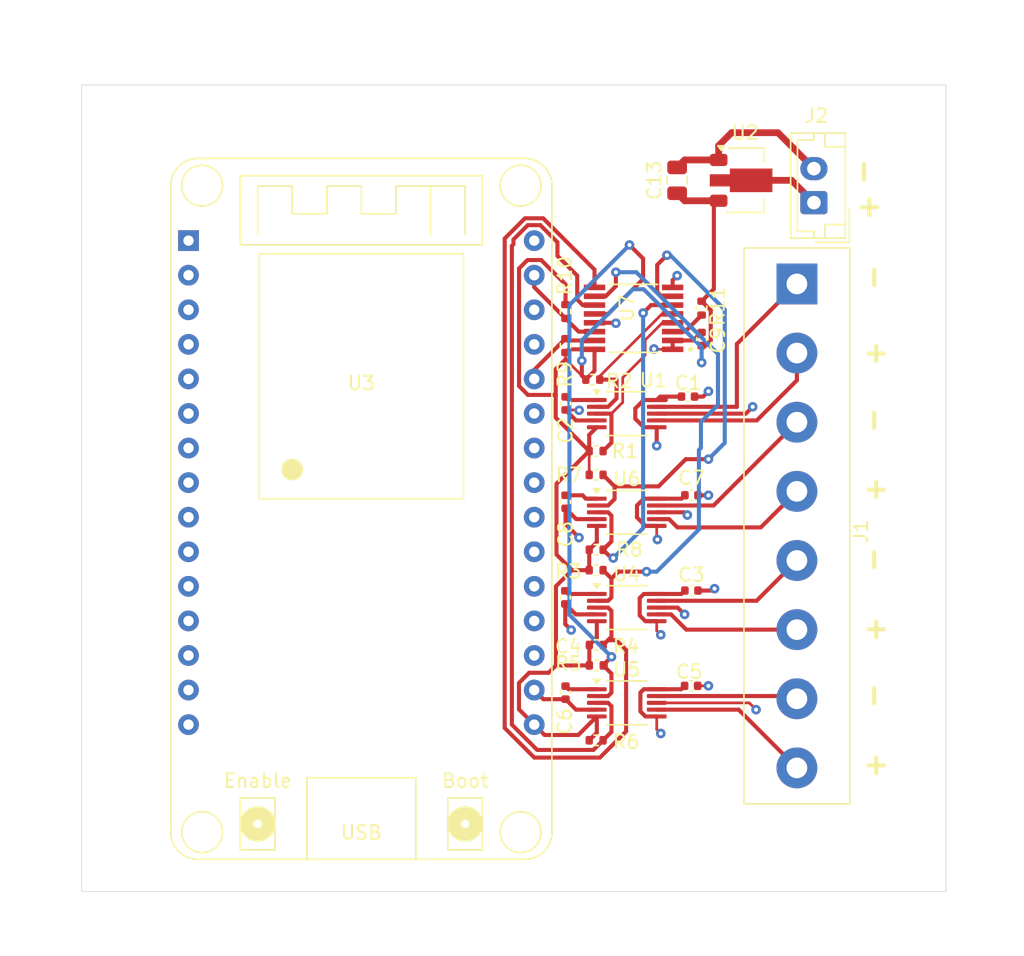
<source format=kicad_pcb>
(kicad_pcb (version 20240108) (generator "pcbnew") (generator_version "8.0")
  (layers (0 "F.Cu" signal) (1 "In1.Cu" power "GND") (2 "In2.Cu" power "PWR") (31 "B.Cu" signal) (34 "B.Paste" user) (35 "F.Paste" user) (36 "B.SilkS" user "B.Silkscreen") (37 "F.SilkS" user "F.Silkscreen") (38 "B.Mask" user) (39 "F.Mask" user) (44 "Edge.Cuts" user))
  (net 0 "")
  (net 1 "+BATT")
  (net 2 "GND")
  (net 3 "Net-(U1-REG)")
  (net 4 "Net-(U4-REG)")
  (net 5 "Net-(U5-REG)")
  (net 6 "Net-(U6-REG)")
  (net 7 "VCC")
  (net 8 "LRA1-")
  (net 9 "LRA3+")
  (net 10 "LRA2+")
  (net 11 "LRA4+")
  (net 12 "LRA1+")
  (net 13 "LRA4-")
  (net 14 "LRA2-")
  (net 15 "LRA3-")
  (net 16 "/SDA0")
  (net 17 "/SCA0")
  (net 18 "/SCA3")
  (net 19 "/SDA3")
  (net 20 "/SCA2")
  (net 21 "/SDA2")
  (net 22 "/SCA1")
  (net 23 "/SDA1")
  (net 24 "SCL")
  (net 25 "Net-(U7-~{RESET})")
  (net 48 "SDA")
  (footprint "MountingHole:MountingHole_2.2mm_M2" (layer "F.Cu") (at 109 70.25)
    (property "Reference" "H1" (hide yes))
    (property "Value" "MountingHole")
  )
  (footprint "Package_SO:VSSOP-10_3x3mm_P0.5mm" (layer "F.Cu") (at 145.8 91.14)
    (property "Reference" "U1")
    (property "Value" "DRV2605LDGS")
  )
  (footprint "TerminalBlock:TerminalBlock_bornier-8_P5.08mm" (layer "F.Cu") (at 158.3 81.61 -90)
    (property "Reference" "J1")
    (property "Value" "Screw_Terminal_01x08")
  )
  (footprint "Resistor_SMD:R_0402_1005Metric" (layer "F.Cu") (at 143.56 109.64)
    (property "Reference" "R5")
    (property "Value" "2.2k")
  )
  (footprint "ESP32_DevKit_V1_DOIT:esp32_devkit_v1_doit" (layer "F.Cu") (at 126.3 78.43)
    (property "Reference" "U3")
    (property "Value" "ESP32_DevKit_V1_DOIT")
  )
  (footprint "Capacitor_SMD:C_0402_1005Metric" (layer "F.Cu") (at 150.55 104.14)
    (property "Reference" "C3")
    (property "Value" "0.1u")
  )
  (footprint "Capacitor_SMD:C_0402_1005Metric" (layer "F.Cu") (at 150.55 97.14)
    (property "Reference" "C7")
    (property "Value" "0.1u")
  )
  (footprint "Resistor_SMD:R_0402_1005Metric" (layer "F.Cu") (at 143.55 93.89)
    (property "Reference" "R1")
    (property "Value" "2.2k")
  )
  (footprint "Package_SO:VSSOP-10_3x3mm_P0.5mm" (layer "F.Cu") (at 145.8 112.39)
    (property "Reference" "U5")
    (property "Value" "DRV2605LDGS")
  )
  (footprint "Capacitor_SMD:C_0805_2012Metric" (layer "F.Cu") (at 149.5 74 90)
    (property "Reference" "C13")
    (property "Value" "47u")
  )
  (footprint "Capacitor_SMD:C_0402_1005Metric" (layer "F.Cu") (at 151.3 85.66 -90)
    (property "Reference" "C9")
    (property "Value" "0.1u")
  )
  (footprint "Package_SO:VSSOP-10_3x3mm_P0.5mm" (layer "F.Cu") (at 145.8 105.39)
    (property "Reference" "U4")
    (property "Value" "DRV2605LDGS")
  )
  (footprint "Capacitor_SMD:C_0402_1005Metric" (layer "F.Cu") (at 141.3 90.39 -90)
    (property "Reference" "C2")
    (property "Value" "0.1u")
  )
  (footprint "Capacitor_SMD:C_0402_1005Metric" (layer "F.Cu") (at 141.3 111.64 -90)
    (property "Reference" "C6")
    (property "Value" "0.1u")
  )
  (footprint "Resistor_SMD:R_0402_1005Metric" (layer "F.Cu") (at 143.55 101.14)
    (property "Reference" "R8")
    (property "Value" "2.2k")
  )
  (footprint "Package_SO:VSSOP-10_3x3mm_P0.5mm" (layer "F.Cu") (at 145.8 98.39)
    (property "Reference" "U6")
    (property "Value" "DRV2605LDGS")
  )
  (footprint "Capacitor_SMD:C_0402_1005Metric" (layer "F.Cu") (at 141.28 104.64 -90)
    (property "Reference" "C4")
    (property "Value" "0.1u")
  )
  (footprint "Resistor_SMD:R_0402_1005Metric" (layer "F.Cu") (at 143.56 108.14)
    (property "Reference" "R4")
    (property "Value" "2.2k")
  )
  (footprint "Capacitor_SMD:C_0402_1005Metric" (layer "F.Cu") (at 150.3 89.89)
    (property "Reference" "C1")
    (property "Value" "0.1u")
  )
  (footprint "Connector_JST:JST_EH_B2B-EH-A_1x02_P2.50mm_Vertical" (layer "F.Cu") (at 159.55 75.64 90)
    (property "Reference" "J2")
    (property "Value" "Conn_01x02_Socket")
  )
  (footprint "Resistor_SMD:R_0402_1005Metric" (layer "F.Cu") (at 141.3 86.14 90)
    (property "Reference" "R9")
    (property "Value" "2.2k")
  )
  (footprint "MountingHole:MountingHole_2.2mm_M2" (layer "F.Cu") (at 165.75 123)
    (property "Reference" "H3" (hide yes))
    (property "Value" "MountingHole")
  )
  (footprint "MountingHole:MountingHole_2.2mm_M2" (layer "F.Cu") (at 109 123)
    (property "Reference" "H4" (hide yes))
    (property "Value" "MountingHole")
  )
  (footprint "Resistor_SMD:R_0402_1005Metric" (layer "F.Cu") (at 143.55 95.64)
    (property "Reference" "R7")
    (property "Value" "2.2k")
  )
  (footprint "Resistor_SMD:R_0402_1005Metric" (layer "F.Cu") (at 141.3 83.64 -90)
    (property "Reference" "R10")
    (property "Value" "2.2k")
  )
  (footprint "Capacitor_SMD:C_0402_1005Metric" (layer "F.Cu") (at 150.53 111.14)
    (property "Reference" "C5")
    (property "Value" "0.1u")
  )
  (footprint "Resistor_SMD:R_0402_1005Metric" (layer "F.Cu") (at 143.3 88.64)
    (property "Reference" "R2")
    (property "Value" "2.2k")
  )
  (footprint "Resistor_SMD:R_0402_1005Metric" (layer "F.Cu") (at 151.3 83.39 -90)
    (property "Reference" "R11")
    (property "Value" "10k")
  )
  (footprint "MountingHole:MountingHole_2.2mm_M2" (layer "F.Cu") (at 166 70.25)
    (property "Reference" "H2" (hide yes))
    (property "Value" "MountingHole")
  )
  (footprint "Resistor_SMD:R_0402_1005Metric" (layer "F.Cu") (at 143.55 115.14)
    (property "Reference" "R6")
    (property "Value" "2.2k")
  )
  (footprint "Resistor_SMD:R_0402_1005Metric" (layer "F.Cu") (at 143.55 102.64)
    (property "Reference" "R3")
    (property "Value" "2.2k")
  )
  (footprint "Package_TO_SOT_SMD:SOT-89-3" (layer "F.Cu") (at 154.5 74)
    (property "Reference" "U2")
    (property "Value" "AP7215-33YG-13")
  )
  (footprint "Capacitor_SMD:C_0402_1005Metric" (layer "F.Cu") (at 141.3 97.62 -90)
    (property "Reference" "C8")
    (property "Value" "0.1u")
  )
  (footprint "TCA9546APWR:SOP65P640X120-16N" (layer "F.Cu") (at 146.3 84.14 180)
    (property "Reference" "U7")
    (property "Value" "TCA9546APWR")
  )
  (gr_rect (start 105.75 67) (end 169.25 126.25) (stroke (width 0.05)) (fill none) (layer "Edge.Cuts"))
  (gr_text "-" (at 164.75 103 90) (layer "F.SilkS") (effects (font (size 1.5 1.5) (thickness 0.3) (bold yes)) (justify left bottom)))
  (gr_text "+" (at 163 87.5 0) (layer "F.SilkS") (effects (font (size 1.5 1.5) (thickness 0.3) (bold yes)) (justify left bottom)))
  (gr_text "+" (at 163 97.5 0) (layer "F.SilkS") (effects (font (size 1.5 1.5) (thickness 0.3) (bold yes)) (justify left bottom)))
  (gr_text "-" (at 164.75 92.75 90) (layer "F.SilkS") (effects (font (size 1.5 1.5) (thickness 0.3) (bold yes)) (justify left bottom)))
  (gr_text "+" (at 162.5 76.75 0) (layer "F.SilkS") (effects (font (size 1.5 1.5) (thickness 0.3) (bold yes)) (justify left bottom)))
  (gr_text "-" (at 164.75 113 90) (layer "F.SilkS") (effects (font (size 1.5 1.5) (thickness 0.3) (bold yes)) (justify left bottom)))
  (gr_text "-" (at 164 74.5 90) (layer "F.SilkS") (effects (font (size 1.5 1.5) (thickness 0.3) (bold yes)) (justify left bottom)))
  (gr_text "-" (at 164.75 82.25 90) (layer "F.SilkS") (effects (font (size 1.5 1.5) (thickness 0.3) (bold yes)) (justify left bottom)))
  (gr_text "+" (at 163 117.75 0) (layer "F.SilkS") (effects (font (size 1.5 1.5) (thickness 0.3) (bold yes)) (justify left bottom)))
  (gr_text "+" (at 163 107.75 0) (layer "F.SilkS") (effects (font (size 1.5 1.5) (thickness 0.3) (bold yes)) (justify left bottom)))
  (segment (start 148 104.39) (end 147.05 104.39) (width 0.3) (layer "F.Cu") (net 1))
  (segment (start 149.82 89.89) (end 148.25 89.89) (width 0.3) (layer "F.Cu") (net 1))
  (segment (start 146.8 113.018) (end 147.172 113.39) (width 0.3) (layer "F.Cu") (net 1))
  (segment (start 148 111.39) (end 147.05 111.39) (width 0.3) (layer "F.Cu") (net 1))
  (segment (start 147.172 113.39) (end 148 113.39) (width 0.3) (layer "F.Cu") (net 1))
  (segment (start 148.25 89.89) (end 148 90.14) (width 0.3) (layer "F.Cu") (net 1))
  (segment (start 146.425 90.7619) (end 147.047 90.14) (width 0.3) (layer "F.Cu") (net 1))
  (segment (start 147.875 92.14) (end 148 92.14) (width 0.2) (layer "F.Cu") (net 1))
  (segment (start 148 97.39) (end 149.82 97.39) (width 0.3) (layer "F.Cu") (net 1))
  (segment (start 146.55 98.768) (end 146.55 97.89) (width 0.3) (layer "F.Cu") (net 1))
  (segment (start 159.55 75.64) (end 157.91 74) (width 0.5) (layer "F.Cu") (net 1))
  (segment (start 146.75 105.968) (end 147.172 106.39) (width 0.3) (layer "F.Cu") (net 1))
  (segment (start 147.875 92.14) (end 147.047 92.14) (width 0.3) (layer "F.Cu") (net 1))
  (segment (start 149.82 97.39) (end 150.07 97.14) (width 0.3) (layer "F.Cu") (net 1))
  (segment (start 148 99.39) (end 148 100.34) (width 0.2) (layer "F.Cu") (net 1))
  (segment (start 146.8 111.64) (end 146.8 113.018) (width 0.3) (layer "F.Cu") (net 1))
  (segment (start 148 111.39) (end 149.8 111.39) (width 0.3) (layer "F.Cu") (net 1))
  (segment (start 147.047 99.2652) (end 146.55 98.768) (width 0.3) (layer "F.Cu") (net 1))
  (segment (start 147.05 104.39) (end 146.75 104.69) (width 0.3) (layer "F.Cu") (net 1))
  (segment (start 146.75 104.69) (end 146.75 105.968) (width 0.3) (layer "F.Cu") (net 1))
  (segment (start 148 114.34) (end 148.3 114.64) (width 0.2) (layer "F.Cu") (net 1))
  (segment (start 148 113.39) (end 148 114.34) (width 0.2) (layer "F.Cu") (net 1))
  (segment (start 147.05 97.39) (end 148 97.39) (width 0.3) (layer "F.Cu") (net 1))
  (segment (start 148 99.39) (end 147.172 99.39) (width 0.3) (layer "F.Cu") (net 1))
  (segment (start 147.047 92.14) (end 146.425 91.5181) (width 0.3) (layer "F.Cu") (net 1))
  (segment (start 148 104.39) (end 149.82 104.39) (width 0.3) (layer "F.Cu") (net 1))
  (segment (start 149.82 104.39) (end 150.07 104.14) (width 0.3) (layer "F.Cu") (net 1))
  (segment (start 157.91 74) (end 152.6375 74) (width 0.5) (layer "F.Cu") (net 1))
  (segment (start 147.05 111.39) (end 146.8 111.64) (width 0.3) (layer "F.Cu") (net 1))
  (segment (start 148 90.14) (end 148.675 90.14) (width 0.3) (layer "F.Cu") (net 1))
  (segment (start 149.8 111.39) (end 150.05 111.14) (width 0.3) (layer "F.Cu") (net 1))
  (segment (start 148 106.39) (end 148 107.09) (width 0.2) (layer "F.Cu") (net 1))
  (segment (start 147.172 106.39) (end 148 106.39) (width 0.3) (layer "F.Cu") (net 1))
  (segment (start 148 107.09) (end 148.3 107.39) (width 0.2) (layer "F.Cu") (net 1))
  (segment (start 146.425 91.5181) (end 146.425 90.7619) (width 0.3) (layer "F.Cu") (net 1))
  (segment (start 148 100.34) (end 148.05 100.39) (width 0.2) (layer "F.Cu") (net 1))
  (segment (start 147.172 99.39) (end 147.047 99.2652) (width 0.3) (layer "F.Cu") (net 1))
  (segment (start 146.55 97.89) (end 147.05 97.39) (width 0.3) (layer "F.Cu") (net 1))
  (segment (start 147.047 90.14) (end 148 90.14) (width 0.3) (layer "F.Cu") (net 1))
  (segment (start 148 92.14) (end 148 93.5) (width 0.3) (layer "F.Cu") (net 1))
  (via (at 148.3 107.39) (size 0.7) (drill 0.3) (layers "F.Cu" "B.Cu") (net 1))
  (via (at 148.3 114.64) (size 0.7) (drill 0.3) (layers "F.Cu" "B.Cu") (net 1))
  (via (at 148 93.5) (size 0.7) (drill 0.3) (layers "F.Cu" "B.Cu") (net 1))
  (via (at 148.05 100.39) (size 0.7) (drill 0.3) (layers "F.Cu" "B.Cu") (net 1))
  (segment (start 149.54 105.39) (end 149.895 105.745) (width 0.3) (layer "F.Cu") (net 2))
  (segment (start 141.3 112.12) (end 142.07 112.89) (width 0.3) (layer "F.Cu") (net 2))
  (segment (start 150.668 85.765) (end 151.253 85.18) (width 0.3) (layer "F.Cu") (net 2))
  (segment (start 151.01 111.14) (end 151.8 111.14) (width 0.2) (layer "F.Cu") (net 2))
  (segment (start 141.28 106.60475) (end 141.712625 107.037375) (width 0.3) (layer "F.Cu") (net 2))
  (segment (start 150.05 72.5) (end 149.5 73.05) (width 0.5) (layer "F.Cu") (net 2))
  (segment (start 141.3 98.1) (end 141.3 99.2607) (width 0.3) (layer "F.Cu") (net 2))
  (segment (start 142.07 91.64) (end 141.3 90.87) (width 0.3) (layer "F.Cu") (net 2))
  (segment (start 153.5 70.5) (end 152.55 71.45) (width 0.5) (layer "F.Cu") (net 2))
  (segment (start 142.09 98.89) (end 141.3 98.1) (width 0.3) (layer "F.Cu") (net 2))
  (segment (start 148 91.14) (end 154.55 91.14) (width 0.3) (layer "F.Cu") (net 2))
  (segment (start 149.17 86.415) (end 147.825 86.415) (width 0.2) (layer "F.Cu") (net 2))
  (segment (start 149.17 81.865) (end 149.17 81.33) (width 0.3) (layer "F.Cu") (net 2))
  (segment (start 150.05 98.39) (end 148 98.39) (width 0.3) (layer "F.Cu") (net 2))
  (segment (start 142.05 105.89) (end 141.28 105.12) (width 0.3) (layer "F.Cu") (net 2))
  (segment (start 151.41 89.89) (end 151.8 89.5) (width 0.3) (layer "F.Cu") (net 2))
  (segment (start 156.91 70.5) (end 153.5 70.5) (width 0.5) (layer "F.Cu") (net 2))
  (segment (start 143.6 98.89) (end 142.09 98.89) (width 0.3) (layer "F.Cu") (net 2))
  (segment (start 159.55 73.14) (end 156.91 70.5) (width 0.5) (layer "F.Cu") (net 2))
  (segment (start 150.25 98.59) (end 150.05 98.39) (width 0.3) (layer "F.Cu") (net 2))
  (segment (start 154.8 112.39) (end 155.3 112.89) (width 0.2) (layer "F.Cu") (net 2))
  (segment (start 144.965 84.465) (end 145 84.5) (width 0.3) (layer "F.Cu") (net 2))
  (segment (start 154.55 91.14) (end 155.05 90.64) (width 0.3) (layer "F.Cu") (net 2))
  (segment (start 148 112.39) (end 154.8 112.39) (width 0.2) (layer "F.Cu") (net 2))
  (segment (start 139.67 112.12) (end 141.3 112.12) (width 0.3) (layer "F.Cu") (net 2))
  (segment (start 143.6 91.64) (end 142.07 91.64) (width 0.3) (layer "F.Cu") (net 2))
  (segment (start 149.17 85.765) (end 150.668 85.765) (width 0.3) (layer "F.Cu") (net 2))
  (segment (start 141.3 99.2607) (end 142.2893 100.25) (width 0.3) (layer "F.Cu") (net 2))
  (segment (start 150.78 89.89) (end 151.41 89.89) (width 0.3) (layer "F.Cu") (net 2))
  (segment (start 149.905 105.745) (end 150.05 105.89) (width 0.2) (layer "F.Cu") (net 2))
  (segment (start 147.825 86.415) (end 147.8 86.39) (width 0.2) (layer "F.Cu") (net 2))
  (segment (start 149.17 85.765) (end 149.17 86.415) (width 0.3) (layer "F.Cu") (net 2))
  (segment (start 141.28 105.12) (end 141.28 106.60475) (width 0.3) (layer "F.Cu") (net 2))
  (segment (start 149.895 105.745) (end 149.905 105.745) (width 0.2) (layer "F.Cu") (net 2))
  (segment (start 139 111.45) (end 139.67 112.12) (width 0.3) (layer "F.Cu") (net 2))
  (segment (start 142.07 112.89) (end 143.6 112.89) (width 0.3) (layer "F.Cu") (net 2))
  (segment (start 151.253 85.18) (end 151.3 85.18) (width 0.3) (layer "F.Cu") (net 2))
  (segment (start 143.6 105.89) (end 142.05 105.89) (width 0.3) (layer "F.Cu") (net 2))
  (segment (start 149.17 81.33) (end 149.5 81) (width 0.3) (layer "F.Cu") (net 2))
  (segment (start 152.2 72.5) (end 150.05 72.5) (width 0.5) (layer "F.Cu") (net 2))
  (segment (start 142.28 90.87) (end 142.3 90.89) (width 0.2) (layer "F.Cu") (net 2))
  (segment (start 152.55 71.45) (end 152.55 72.5) (width 0.5) (layer "F.Cu") (net 2))
  (segment (start 141.3 90.87) (end 142.28 90.87) (width 0.2) (layer "F.Cu") (net 2))
  (segment (start 148 105.39) (end 149.54 105.39) (width 0.3) (layer "F.Cu") (net 2))
  (segment (start 152.11 104.14) (end 152.25 104) (width 0.3) (layer "F.Cu") (net 2))
  (segment (start 151.03 97.14) (end 151.8 97.14) (width 0.3) (layer "F.Cu") (net 2))
  (segment (start 143.43 84.465) (end 144.965 84.465) (width 0.3) (layer "F.Cu") (net 2))
  (segment (start 151.03 104.14) (end 152.11 104.14) (width 0.3) (layer "F.Cu") (net 2))
  (via (at 149.5 81) (size 0.7) (drill 0.3) (layers "F.Cu" "B.Cu") (net 2))
  (via (at 147.8 86.39) (size 0.7) (drill 0.3) (layers "F.Cu" "B.Cu") (net 2))
  (via (at 150.05 105.89) (size 0.7) (drill 0.3) (layers "F.Cu" "B.Cu") (net 2))
  (via (at 142.2893 100.25) (size 0.7) (drill 0.3) (layers "F.Cu" "B.Cu") (net 2))
  (via (at 155.3 112.89) (size 0.7) (drill 0.3) (layers "F.Cu" "B.Cu") (net 2))
  (via (at 151.8 89.5) (size 0.7) (drill 0.3) (layers "F.Cu" "B.Cu") (net 2))
  (via (at 142.3 90.89) (size 0.7) (drill 0.3) (layers "F.Cu" "B.Cu") (net 2))
  (via (at 150.25 98.59) (size 0.7) (drill 0.3) (layers "F.Cu" "B.Cu") (net 2))
  (via (at 151.8 111.14) (size 0.7) (drill 0.3) (layers "F.Cu" "B.Cu") (net 2))
  (via (at 152.25 104) (size 0.7) (drill 0.3) (layers "F.Cu" "B.Cu") (net 2))
  (via (at 141.712625 107.037375) (size 0.7) (drill 0.3) (layers "F.Cu" "B.Cu") (net 2))
  (via (at 155.05 90.64) (size 0.7) (drill 0.3) (layers "F.Cu" "B.Cu") (net 2))
  (via (at 145 84.5) (size 0.7) (drill 0.3) (layers "F.Cu" "B.Cu") (net 2))
  (via (at 151.8 97.14) (size 0.7) (drill 0.3) (layers "F.Cu" "B.Cu") (net 2))
  (segment (start 143.6 90.14) (end 141.53 90.14) (width 0.3) (layer "F.Cu") (net 3))
  (segment (start 141.53 90.14) (end 141.3 89.91) (width 0.3) (layer "F.Cu") (net 3))
  (segment (start 143.6 104.39) (end 141.51 104.39) (width 0.3) (layer "F.Cu") (net 4))
  (segment (start 141.51 104.39) (end 141.28 104.16) (width 0.3) (layer "F.Cu") (net 4))
  (segment (start 141.53 111.39) (end 141.3 111.16) (width 0.3) (layer "F.Cu") (net 5))
  (segment (start 143.6 111.39) (end 141.53 111.39) (width 0.3) (layer "F.Cu") (net 5))
  (segment (start 142.8 97.39) (end 142.55 97.14) (width 0.3) (layer "F.Cu") (net 6))
  (segment (start 142.55 97.14) (end 141.3 97.14) (width 0.3) (layer "F.Cu") (net 6))
  (segment (start 143.6 97.39) (end 142.8 97.39) (width 0.3) (layer "F.Cu") (net 6))
  (segment (start 140.5794 91.4294) (end 143.04 93.89) (width 0.3) (layer "F.Cu") (net 7))
  (segment (start 140.5986 109.64) (end 140.5986 103.8229) (width 0.3) (layer "F.Cu") (net 7))
  (segment (start 151.97 85.78) (end 151.97 83.55) (width 0.3) (layer "F.Cu") (net 7))
  (segment (start 137.8807 110.9262) (end 138.6269 110.18) (width 0.3) (layer "F.Cu") (net 7))
  (segment (start 143.6 113.39) (end 143.6 114.58) (width 0.3) (layer "F.Cu") (net 7))
  (segment (start 140.0586 110.18) (end 140.5986 109.64) (width 0.3) (layer "F.Cu") (net 7))
  (segment (start 140.5986 109.64) (end 143.05 109.64) (width 0.3) (layer "F.Cu") (net 7))
  (segment (start 143.6 100.58) (end 143.04 101.14) (width 0.3) (layer "F.Cu") (net 7))
  (segment (start 141.7815 102.64) (end 140.6378 101.4963) (width 0.3) (layer "F.Cu") (net 7))
  (segment (start 151.3 86.14) (end 151.3 87.39) (width 0.2) (layer "F.Cu") (net 7))
  (segment (start 140.6378 101.4963) (end 140.6378 96.2922) (width 0.3) (layer "F.Cu") (net 7))
  (segment (start 141.3 86.65) (end 141.3 87.15) (width 0.2) (layer "F.Cu") (net 7))
  (segment (start 139.5134 79.8545) (end 138.5052 79.8545) (width 0.3) (layer "F.Cu") (net 7))
  (segment (start 141.3 83.13) (end 141.3 81.6411) (width 0.3) (layer "F.Cu") (net 7))
  (segment (start 139 113.99) (end 137.8807 112.8707) (width 0.3) (layer "F.Cu") (net 7))
  (segment (start 141.3 87.15) (end 140.5794 87.8706) (width 0.3) (layer "F.Cu") (net 7))
  (segment (start 140.5794 89.7665) (end 140.5794 91.4294) (width 0.3) (layer "F.Cu") (net 7))
  (segment (start 140.6378 96.2922) (end 143.04 93.89) (width 0.3) (layer "F.Cu") (net 7))
  (segment (start 143.04 101.14) (end 143.04 102.64) (width 0.3) (layer "F.Cu") (net 7))
  (segment (start 137.8807 112.8707) (end 137.8807 110.9262) (width 0.3) (layer "F.Cu") (net 7))
  (segment (start 142.5 87.25) (end 142.5 88.35) (width 0.3) (layer "F.Cu") (net 7))
  (segment (start 151.3 86.14) (end 151.61 86.14) (width 0.3) (layer "F.Cu") (net 7))
  (segment (start 137.8863 80.4734) (end 137.8863 89.1117) (width 0.3) (layer "F.Cu") (net 7))
  (segment (start 141.3 87.15) (end 142.79 88.64) (width 0.2) (layer "F.Cu") (net 7))
  (segment (start 143.05 108.14) (end 143.05 109.64) (width 0.3) (layer "F.Cu") (net 7))
  (segment (start 138.5052 79.8545) (end 137.8863 80.4734) (width 0.3) (layer "F.Cu") (net 7))
  (segment (start 140.5794 87.8706) (end 140.5794 89.7665) (width 0.3) (layer "F.Cu") (net 7))
  (segment (start 138.5411 89.7665) (end 140.5794 89.7665) (width 0.3) (layer "F.Cu") (net 7))
  (segment (start 152.2 81.98) (end 151.3 82.88) (width 0.3) (layer "F.Cu") (net 7))
  (segment (start 143.43 86.415) (end 141.535 86.415) (width 0.3) (layer "F.Cu") (net 7))
  (segment (start 143.6 114.58) (end 143.04 115.14) (width 0.3) (layer "F.Cu") (net 7))
  (segment (start 143.43 86.415) (end 143.43 87.39) (width 0.3) (layer "F.Cu") (net 7))
  (segment (start 143.6 113.39) (end 142.238 114.752) (width 0.3) (layer "F.Cu") (net 7))
  (segment (start 143.6 106.39) (end 143.6 107.59) (width 0.3) (layer "F.Cu") (net 7))
  (segment (start 143.04 92.7) (end 143.6 92.14) (width 0.3) (layer "F.Cu") (net 7))
  (segment (start 143.04 93.89) (end 143.04 95.64) (width 0.2) (layer "F.Cu") (net 7))
  (segment (start 152.2 75.5) (end 152.2 81.98) (width 0.3) (layer "F.Cu") (net 7))
  (segment (start 143.6 99.39) (end 143.6 100.58) (width 0.3) (layer "F.Cu") (net 7))
  (segment (start 143.04 93.89) (end 143.04 92.7) (width 0.3) (layer "F.Cu") (net 7))
  (segment (start 143.43 87.39) (end 143.43 88) (width 0.3) (layer "F.Cu") (net 7))
  (segment (start 143.6 107.59) (end 143.05 108.14) (width 0.3) (layer "F.Cu") (net 7))
  (segment (start 139.762 114.752) (end 139 113.99) (width 0.3) (layer "F.Cu") (net 7))
  (segment (start 140.5986 103.8229) (end 141.7815 102.64) (width 0.3) (layer "F.Cu") (net 7))
  (segment (start 152.2 75.5) (end 150.05 75.5) (width 0.5) (layer "F.Cu") (net 7))
  (segment (start 137.8863 89.1117) (end 138.5411 89.7665) (width 0.3) (layer "F.Cu") (net 7))
  (segment (start 151.61 86.14) (end 151.97 85.78) (width 0.3) (layer "F.Cu") (net 7))
  (segment (start 143.43 88) (end 142.79 88.64) (width 0.3) (layer "F.Cu") (net 7))
  (segment (start 141.7815 102.64) (end 143.04 102.64) (width 0.3) (layer "F.Cu") (net 7))
  (segment (start 150.05 75.5) (end 149.5 74.95) (width 0.5) (layer "F.Cu") (net 7))
  (segment (start 138.6269 110.18) (end 140.0586 110.18) (width 0.3) (layer "F.Cu") (net 7))
  (segment (start 151.97 83.55) (end 151.3 82.88) (width 0.3) (layer "F.Cu") (net 7))
  (segment (start 141.3 81.6411) (end 139.5134 79.8545) (width 0.3) (layer "F.Cu") (net 7))
  (segment (start 142.5 88.35) (end 142.79 88.64) (width 0.3) (layer "F.Cu") (net 7))
  (segment (start 142.238 114.752) (end 139.762 114.752) (width 0.3) (layer "F.Cu") (net 7))
  (segment (start 141.535 86.415) (end 141.3 86.65) (width 0.3) (layer "F.Cu") (net 7))
  (via (at 142.5 87.25) (size 0.7) (drill 0.3) (layers "F.Cu" "B.Cu") (net 7))
  (via (at 151.3 87.39) (size 0.7) (drill 0.3) (layers "F.Cu" "B.Cu") (net 7))
  (segment (start 142.5 85.75) (end 142.5 87.25) (width 0.3) (layer "B.Cu") (net 7))
  (segment (start 147.042894 82) (end 146.25 82) (width 0.3) (layer "B.Cu") (net 7))
  (segment (start 151.3 87.39) (end 151.3 86.257106) (width 0.3) (layer "B.Cu") (net 7))
  (segment (start 146.25 82) (end 142.5 85.75) (width 0.3) (layer "B.Cu") (net 7))
  (segment (start 147.146447 82.103553) (end 147.042894 82) (width 0.3) (layer "B.Cu") (net 7))
  (segment (start 151.3 86.257106) (end 147.146447 82.103553) (width 0.3) (layer "B.Cu") (net 7))
  (segment (start 153.89 86.02) (end 158.3 81.61) (width 0.3) (layer "F.Cu") (net 8))
  (segment (start 153.89 90.64) (end 153.89 86.02) (width 0.3) (layer "F.Cu") (net 8))
  (segment (start 148 90.64) (end 153.89 90.64) (width 0.3) (layer "F.Cu") (net 8))
  (segment (start 147.75 90.64) (end 148 90.64) (width 0.3) (layer "F.Cu") (net 8))
  (segment (start 150.17 107.01) (end 158.3 107.01) (width 0.3) (layer "F.Cu") (net 9))
  (segment (start 148 105.89) (end 149.05 105.89) (width 0.3) (layer "F.Cu") (net 9))
  (segment (start 149.05 105.89) (end 150.17 107.01) (width 0.3) (layer "F.Cu") (net 9))
  (segment (start 149.51905 99.5) (end 155.65 99.5) (width 0.3) (layer "F.Cu") (net 10))
  (segment (start 148 98.89) (end 148.90905 98.89) (width 0.3) (layer "F.Cu") (net 10))
  (segment (start 148.90905 98.89) (end 149.51905 99.5) (width 0.3) (layer "F.Cu") (net 10))
  (segment (start 155.65 99.5) (end 158.3 96.85) (width 0.3) (layer "F.Cu") (net 10))
  (segment (start 148 112.89) (end 154.02 112.89) (width 0.3) (layer "F.Cu") (net 11))
  (segment (start 154.02 112.89) (end 158.3 117.17) (width 0.3) (layer "F.Cu") (net 11))
  (segment (start 155.354 91.64) (end 158.3 88.694) (width 0.3) (layer "F.Cu") (net 12))
  (segment (start 158.3 88.694) (end 158.3 86.69) (width 0.3) (layer "F.Cu") (net 12))
  (segment (start 147.75 91.64) (end 148 91.64) (width 0.3) (layer "F.Cu") (net 12))
  (segment (start 148 91.64) (end 155.354 91.64) (width 0.3) (layer "F.Cu") (net 12))
  (segment (start 158.1 111.89) (end 158.3 112.09) (width 0.3) (layer "F.Cu") (net 13))
  (segment (start 148 111.89) (end 158.1 111.89) (width 0.3) (layer "F.Cu") (net 13))
  (segment (start 152.18 97.89) (end 158.3 91.77) (width 0.3) (layer "F.Cu") (net 14))
  (segment (start 148 97.89) (end 152.18 97.89) (width 0.3) (layer "F.Cu") (net 14))
  (segment (start 155.34 104.89) (end 158.3 101.93) (width 0.3) (layer "F.Cu") (net 15))
  (segment (start 148 104.89) (end 155.34 104.89) (width 0.3) (layer "F.Cu") (net 15))
  (segment (start 145.5 90.315) (end 144.675 91.14) (width 0.2) (layer "F.Cu") (net 16))
  (segment (start 143.6 91.14) (end 143.475 91.14) (width 0.3) (layer "F.Cu") (net 16))
  (segment (start 147.15 85.732176) (end 147.15 86.85) (width 0.2) (layer "F.Cu") (net 16))
  (segment (start 149.17 84.465) (end 148.417176 84.465) (width 0.2) (layer "F.Cu") (net 16))
  (segment (start 144.06 93.89) (end 144.675 93.275) (width 0.3) (layer "F.Cu") (net 16))
  (segment (start 145.5 88.5) (end 145.5 90.315) (width 0.2) (layer "F.Cu") (net 16))
  (segment (start 147.15 86.85) (end 145.5 88.5) (width 0.2) (layer "F.Cu") (net 16))
  (segment (start 144.675 93.275) (end 144.675 91.14) (width 0.3) (layer "F.Cu") (net 16))
  (segment (start 148.417176 84.465) (end 147.15 85.732176) (width 0.2) (layer "F.Cu") (net 16))
  (segment (start 144.675 91.14) (end 143.6 91.14) (width 0.3) (layer "F.Cu") (net 16))
  (segment (start 143.81 88.39) (end 143.81 88.64) (width 0.2) (layer "F.Cu") (net 17))
  (segment (start 145.05 88.64) (end 145.05 90.0181) (width 0.3) (layer "F.Cu") (net 17))
  (segment (start 148.385 83.815) (end 143.81 88.39) (width 0.2) (layer "F.Cu") (net 17))
  (segment (start 145.05 90.0181) (end 144.428 90.64) (width 0.3) (layer "F.Cu") (net 17))
  (segment (start 143.81 88.64) (end 145.05 88.64) (width 0.3) (layer "F.Cu") (net 17))
  (segment (start 149.17 83.815) (end 148.385 83.815) (width 0.2) (layer "F.Cu") (net 17))
  (segment (start 144.428 90.64) (end 143.6 90.64) (width 0.3) (layer "F.Cu") (net 17))
  (segment (start 144.2553 109.4297) (end 144.2553 109.8252) (width 0.3) (layer "F.Cu") (net 18))
  (segment (start 143.43 83.815) (end 144.435 83.815) (width 0.3) (layer "F.Cu") (net 18))
  (segment (start 144.428 111.89) (end 144.675 111.643) (width 0.3) (layer "F.Cu") (net 18))
  (segment (start 144.675 110.245) (end 144.2553 109.8252) (width 0.3) (layer "F.Cu") (net 18))
  (segment (start 144.2553 109.8252) (end 144.07 109.64) (width 0.3) (layer "F.Cu") (net 18))
  (segment (start 144.435 83.815) (end 147 81.25) (width 0.3) (layer "F.Cu") (net 18))
  (segment (start 147 79.75) (end 146 78.75) (width 0.3) (layer "F.Cu") (net 18))
  (segment (start 147 81.25) (end 147 79.75) (width 0.3) (layer "F.Cu") (net 18))
  (segment (start 144.6751 109.0099) (end 144.2553 109.4297) (width 0.3) (layer "F.Cu") (net 18))
  (segment (start 144.675 111.643) (end 144.675 110.245) (width 0.3) (layer "F.Cu") (net 18))
  (segment (start 143.6 111.89) (end 144.428 111.89) (width 0.3) (layer "F.Cu") (net 18))
  (via (at 146 78.75) (size 0.7) (drill 0.3) (layers "F.Cu" "B.Cu") (net 18))
  (via (at 144.6751 109.0099) (size 0.7) (drill 0.3) (layers "F.Cu" "B.Cu") (net 18))
  (segment (start 141.5893 105.9241) (end 141.5893 83.1607) (width 0.3) (layer "B.Cu") (net 18))
  (segment (start 141.5893 83.1607) (end 146 78.75) (width 0.3) (layer "B.Cu") (net 18))
  (segment (start 144.6751 109.0099) (end 141.5893 105.9241) (width 0.3) (layer "B.Cu") (net 18))
  (segment (start 137.4759 78.6958) (end 137.4759 78.3424) (width 0.3) (layer "F.Cu") (net 19))
  (segment (start 142.1583 80.9998) (end 142.1583 82.759) (width 0.3) (layer "F.Cu") (net 19))
  (segment (start 144.675 112.637) (end 144.428 112.39) (width 0.3) (layer "F.Cu") (net 19))
  (segment (start 137.4759 78.3424) (end 138.5278 77.2905) (width 0.3) (layer "F.Cu") (net 19))
  (segment (start 144.675 114.525) (end 144.675 112.637) (width 0.3) (layer "F.Cu") (net 19))
  (segment (start 140.706 78.5484) (end 140.706 79.5475) (width 0.3) (layer "F.Cu") (net 19))
  (segment (start 139.4481 77.2905) (end 140.706 78.5484) (width 0.3) (layer "F.Cu") (net 19))
  (segment (start 139.2177 115.8481) (end 137.3593 113.9897) (width 0.3) (layer "F.Cu") (net 19))
  (segment (start 142.1583 82.759) (end 142.5643 83.165) (width 0.3) (layer "F.Cu") (net 19))
  (segment (start 144.428 112.39) (end 143.6 112.39) (width 0.3) (layer "F.Cu") (net 19))
  (segment (start 137.3593 113.9897) (end 137.3593 78.8124) (width 0.3) (layer "F.Cu") (net 19))
  (segment (start 142.668 83.165) (end 143.43 83.165) (width 0.2) (layer "F.Cu") (net 19))
  (segment (start 144.06 115.14) (end 143.3519 115.8481) (width 0.3) (layer "F.Cu") (net 19))
  (segment (start 138.5278 77.2905) (end 139.4481 77.2905) (width 0.3) (layer "F.Cu") (net 19))
  (segment (start 140.706 79.5475) (end 142.1583 80.9998) (width 0.3) (layer "F.Cu") (net 19))
  (segment (start 142.5643 83.165) (end 142.668 83.165) (width 0.3) (layer "F.Cu") (net 19))
  (segment (start 143.3519 115.8481) (end 139.2177 115.8481) (width 0.3) (layer "F.Cu") (net 19))
  (segment (start 144.06 115.14) (end 144.675 114.525) (width 0.3) (layer "F.Cu") (net 19))
  (segment (start 137.3593 78.8124) (end 137.4759 78.6958) (width 0.3) (layer "F.Cu") (net 19))
  (segment (start 145 81.768534) (end 145 80.75) (width 0.3) (layer "F.Cu") (net 20))
  (segment (start 143.43 82.515) (end 144.253534 82.515) (width 0.3) (layer "F.Cu") (net 20))
  (segment (start 144.253534 82.515) (end 145 81.768534) (width 0.3) (layer "F.Cu") (net 20))
  (segment (start 143.6 104.89) (end 144.428 104.89) (width 0.3) (layer "F.Cu") (net 20))
  (segment (start 144.6748 103.2548) (end 144.06 102.64) (width 0.3) (layer "F.Cu") (net 20))
  (segment (start 144.428 104.89) (end 144.675 104.643) (width 0.3) (layer "F.Cu") (net 20))
  (segment (start 144.675 103.255) (end 144.6748 103.2548) (width 0.3) (layer "F.Cu") (net 20))
  (segment (start 144.6748 103.2548) (end 145.0898 102.8398) (width 0.3) (layer "F.Cu") (net 20))
  (segment (start 147.25 102.75) (end 145.1796 102.75) (width 0.3) (layer "F.Cu") (net 20))
  (segment (start 144.675 104.643) (end 144.675 103.255) (width 0.3) (layer "F.Cu") (net 20))
  (segment (start 145.1796 102.75) (end 145.0898 102.8398) (width 0.3) (layer "F.Cu") (net 20))
  (via (at 145 80.75) (size 0.7) (drill 0.3) (layers "F.Cu" "B.Cu") (net 20))
  (via (at 147.25 102.75) (size 0.7) (drill 0.3) (layers "F.Cu" "B.Cu") (net 20))
  (segment (start 151.1 93.8097) (end 151.1 99.65) (width 0.3) (layer "B.Cu") (net 20))
  (segment (start 152.5 86.75) (end 152.5 90.5) (width 0.3) (layer "B.Cu") (net 20))
  (segment (start 145 80.75) (end 146.5 80.75) (width 0.3) (layer "B.Cu") (net 20))
  (segment (start 151.1 99.65) (end 148 102.75) (width 0.3) (layer "B.Cu") (net 20))
  (segment (start 148 102.75) (end 147.25 102.75) (width 0.3) (layer "B.Cu") (net 20))
  (segment (start 151.25 91.75) (end 151.25 93.6597) (width 0.3) (layer "B.Cu") (net 20))
  (segment (start 152.5 90.5) (end 151.25 91.75) (width 0.3) (layer "B.Cu") (net 20))
  (segment (start 151.25 93.6597) (end 151.1 93.8097) (width 0.3) (layer "B.Cu") (net 20))
  (segment (start 146.5 80.75) (end 152.5 86.75) (width 0.3) (layer "B.Cu") (net 20))
  (segment (start 143.43 81.865) (end 143.43 80.563) (width 0.3) (layer "F.Cu") (net 21))
  (segment (start 136.8308 78.2781) (end 136.8308 114.2383) (width 0.3) (layer "F.Cu") (net 21))
  (segment (start 136.8308 114.2383) (end 139.0036 116.4111) (width 0.3) (layer "F.Cu") (net 21))
  (segment (start 144.428 105.39) (end 143.6 105.39) (width 0.3) (layer "F.Cu") (net 21))
  (segment (start 139.6558 76.7888) (end 138.3201 76.7888) (width 0.3) (layer "F.Cu") (net 21))
  (segment (start 145.0347 107.7847) (end 144.4253 107.7847) (width 0.3) (layer "F.Cu") (net 21))
  (segment (start 144.675 105.637) (end 144.428 105.39) (width 0.3) (layer "F.Cu") (net 21))
  (segment (start 144.675 107.535) (end 144.675 105.637) (width 0.3) (layer "F.Cu") (net 21))
  (segment (start 143.8267 116.4111) (end 145.75 114.4878) (width 0.3) (layer "F.Cu") (net 21))
  (segment (start 138.3201 76.7888) (end 136.8308 78.2781) (width 0.3) (layer "F.Cu") (net 21))
  (segment (start 145.75 108.5) (end 145.0347 107.7847) (width 0.3) (layer "F.Cu") (net 21))
  (segment (start 139.0036 116.4111) (end 143.8267 116.4111) (width 0.3) (layer "F.Cu") (net 21))
  (segment (start 144.07 108.14) (end 144.4253 107.7847) (width 0.3) (layer "F.Cu") (net 21))
  (segment (start 143.43 80.563) (end 139.6558 76.7888) (width 0.3) (layer "F.Cu") (net 21))
  (segment (start 145.75 114.4878) (end 145.75 108.5) (width 0.3) (layer "F.Cu") (net 21))
  (segment (start 144.4253 107.7847) (end 144.675 107.535) (width 0.3) (layer "F.Cu") (net 21))
  (segment (start 144.428 97.89) (end 144.904 97.415) (width 0.3) (layer "F.Cu") (net 22))
  (segment (start 150.133565 94.485035) (end 148.1346 96.484) (width 0.3) (layer "F.Cu") (net 22))
  (segment (start 148.1346 96.484) (end 144.904 96.484) (width 0.3) (layer "F.Cu") (net 22))
  (segment (start 148.346466 82.515) (end 148.035 82.203534) (width 0.3) (layer "F.Cu") (net 22))
  (segment (start 151.8 94.485035) (end 150.133565 94.485035) (width 0.3) (layer "F.Cu") (net 22))
  (segment (start 144.904 97.415) (end 144.904 96.484) (width 0.3) (layer "F.Cu") (net 22))
  (segment (start 149.17 82.515) (end 148.346466 82.515) (width 0.3) (layer "F.Cu") (net 22))
  (segment (start 144.904 96.484) (end 144.06 95.64) (width 0.3) (layer "F.Cu") (net 22))
  (segment (start 143.6 97.89) (end 144.428 97.89) (width 0.3) (layer "F.Cu") (net 22))
  (segment (start 148.035 80.215) (end 148.75 79.5) (width 0.3) (layer "F.Cu") (net 22))
  (segment (start 148.035 82.203534) (end 148.035 80.215) (width 0.3) (layer "F.Cu") (net 22))
  (via (at 151.8 94.485035) (size 0.7) (drill 0.3) (layers "F.Cu" "B.Cu") (net 22))
  (via (at 148.75 79.5) (size 0.7) (drill 0.3) (layers "F.Cu" "B.Cu") (net 22))
  (segment (start 149 79.5) (end 148.75 79.5) (width 0.3) (layer "B.Cu") (net 22))
  (segment (start 153 83.5) (end 149 79.5) (width 0.3) (layer "B.Cu") (net 22))
  (segment (start 153 93.285035) (end 153 83.5) (width 0.3) (layer "B.Cu") (net 22))
  (segment (start 151.8 94.485035) (end 153 93.285035) (width 0.3) (layer "B.Cu") (net 22))
  (segment (start 144.8069 101.75) (end 144.67 101.75) (width 0.3) (layer "F.Cu") (net 23))
  (segment (start 143.6 98.39) (end 144.42812 98.39) (width 0.3) (layer "F.Cu") (net 23))
  (segment (start 144.33 100.87) (end 144.06 101.14) (width 0.3) (layer "F.Cu") (net 23))
  (segment (start 144.675 98.63688) (end 144.675 100.525) (width 0.3) (layer "F.Cu") (net 23))
  (segment (start 144.42812 98.39) (end 144.675 98.63688) (width 0.3) (layer "F.Cu") (net 23))
  (segment (start 144.675 100.525) (end 144.06 101.14) (width 0.3) (layer "F.Cu") (net 23))
  (segment (start 144.33 100.87) (end 144.06 101.14) (width 0.3) (layer "F.Cu") (net 23))
  (segment (start 147.585 83.165) (end 147 83.75) (width 0.3) (layer "F.Cu") (net 23))
  (segment (start 149.17 83.165) (end 147.585 83.165) (width 0.3) (layer "F.Cu") (net 23))
  (segment (start 144.67 101.75) (end 144.06 101.14) (width 0.3) (layer "F.Cu") (net 23))
  (segment (start 149.1657 83.1607) (end 149.17 83.165) (width 0.3) (layer "F.Cu") (net 23))
  (segment (start 144.43 100.77) (end 144.33 100.87) (width 0.3) (layer "F.Cu") (net 23))
  (via (at 147 83.75) (size 0.7) (drill 0.3) (layers "F.Cu" "B.Cu") (net 23))
  (via (at 144.8069 101.75) (size 0.7) (drill 0.3) (layers "F.Cu" "B.Cu") (net 23))
  (segment (start 147 83.75) (end 147 99.5569) (width 0.3) (layer "B.Cu") (net 23))
  (segment (start 147 99.5569) (end 144.8069 101.75) (width 0.3) (layer "B.Cu") (net 23))
  (segment (start 141.3 84.15) (end 142.265 85.115) (width 0.3) (layer "F.Cu") (net 24))
  (segment (start 139 81.85) (end 141.3 84.15) (width 0.3) (layer "F.Cu") (net 24))
  (segment (start 142.265 85.115) (end 143.43 85.115) (width 0.3) (layer "F.Cu") (net 24))
  (segment (start 139 80.97) (end 139 81.85) (width 0.3) (layer "F.Cu") (net 24))
  (segment (start 150.085 85.115) (end 151.3 83.9) (width 0.3) (layer "F.Cu") (net 25))
  (segment (start 149.17 85.115) (end 150.085 85.115) (width 0.3) (layer "F.Cu") (net 25))
  (segment (start 139 88.59) (end 139 87.93) (width 0.3) (layer "F.Cu") (net 48))
  (segment (start 139 87.93) (end 141.3 85.63) (width 0.3) (layer "F.Cu") (net 48))
  (segment (start 143.43 85.765) (end 141.435 85.765) (width 0.3) (layer "F.Cu") (net 48))
  (segment (start 141.435 85.765) (end 141.3 85.63) (width 0.3) (layer "F.Cu") (net 48))
)
</source>
